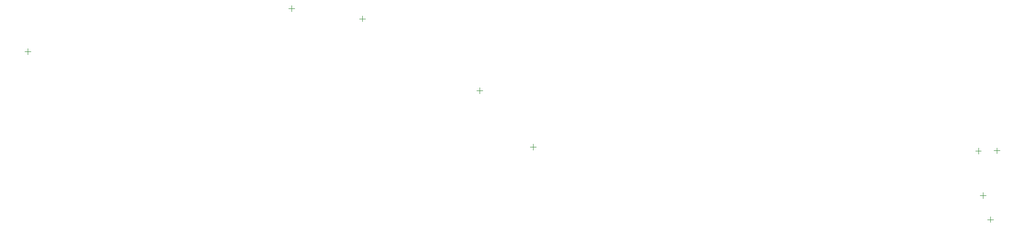
<source format=gbr>
%TF.GenerationSoftware,Altium Limited,Altium Designer,24.3.1 (35)*%
G04 Layer_Color=32896*
%FSLAX43Y43*%
%MOMM*%
%TF.SameCoordinates,2EF1D394-34E5-4190-8ABA-250447B0B6E5*%
%TF.FilePolarity,Positive*%
%TF.FileFunction,Other,Bottom_Component_Center*%
%TF.Part,Single*%
G01*
G75*
%TA.AperFunction,NonConductor*%
%ADD129C,0.100*%
D129*
X33241Y55229D02*
Y56229D01*
X32741Y55729D02*
X33741D01*
X77891Y63101D02*
X78891D01*
X78391Y62601D02*
Y63601D01*
X90525Y60850D02*
Y61850D01*
X90025Y61350D02*
X91025D01*
X110550Y48500D02*
Y49500D01*
X110050Y49000D02*
X111050D01*
X119674Y38871D02*
Y39871D01*
X119174Y39371D02*
X120174D01*
X199019Y38252D02*
Y39252D01*
X198519Y38752D02*
X199519D01*
X195864Y38202D02*
Y39202D01*
X195364Y38702D02*
X196364D01*
X197919Y26477D02*
Y27477D01*
X197419Y26977D02*
X198419D01*
X196694Y30577D02*
Y31577D01*
X196194Y31077D02*
X197194D01*
%TF.MD5,53f79ee691765bffb5cb73f83f5cff91*%
M02*

</source>
